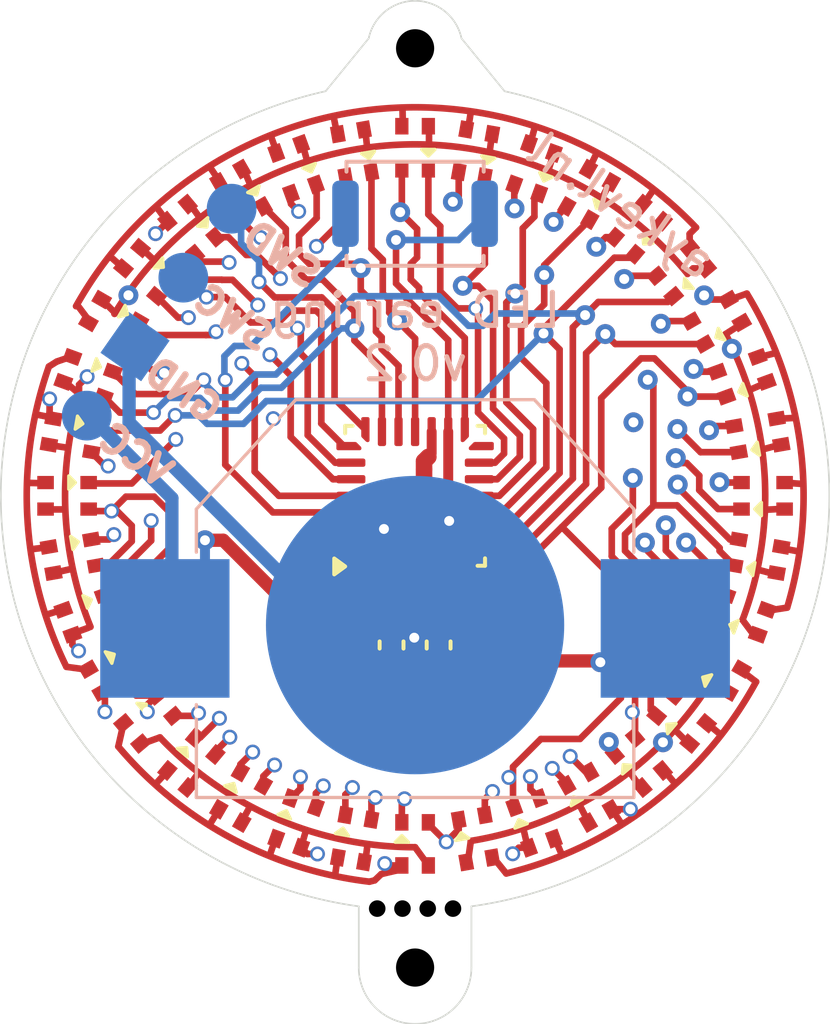
<source format=kicad_pcb>
(kicad_pcb (version 20240108) (generator "pcbnew") (generator_version "8.0")
  (layers (0 "F.Cu" signal) (1 "In1.Cu" signal) (2 "In2.Cu" signal) (31 "B.Cu" signal) (34 "B.Paste" user) (35 "F.Paste" user) (36 "B.SilkS" user "B.Silkscreen") (37 "F.SilkS" user "F.Silkscreen") (38 "B.Mask" user) (39 "F.Mask" user) (44 "Edge.Cuts" user))
  (net 0 "")
  (net 1 "A1")
  (net 2 "B1")
  (net 3 "A2")
  (net 4 "SWCLK")
  (net 5 "SWDIO")
  (net 6 "A3")
  (net 7 "R1")
  (net 8 "A7")
  (net 9 "G1")
  (net 10 "A8")
  (net 11 "A9")
  (net 12 "VCC")
  (net 13 "GND")
  (net 14 "A11")
  (net 15 "A12")
  (net 16 "A10")
  (net 17 "A4")
  (net 18 "A5")
  (net 19 "A6")
  (net 24 "Net-(U2-PB7)")
  (footprint "Custom:NH-Z1415RGBA-SG" (layer "F.Cu") (at -9.093266 5.25 30)
    (property "Reference" "D25" (hide yes))
    (property "Value" "LED_ARGB" (hide yes))
  )
  (footprint "Custom:ToolingHoleWithMouseBytes" (layer "F.Cu") (at 0 14.23)
    (property "Reference" "H2" (hide yes))
    (property "Value" "ToolingHole" (hide yes))
    (fp_line (start -1.7 0) (end -1.7 -1.83) (stroke (width 0.05)) (layer "Edge.Cuts"))
    (fp_line (start 1.7 0) (end 1.7 -1.83) (stroke (width 0.05)) (layer "Edge.Cuts"))
    (fp_arc (start 1.7 0) (mid 0 1.7) (end -1.7 0) (stroke (width 0.05)) (layer "Edge.Cuts"))
  )
  (footprint "Custom:NH-Z1415RGBA-SG" (layer "F.Cu") (at 10.340481 -1.823305 -170)
    (property "Reference" "D9" (hide yes))
    (property "Value" "LED_ARGB" (hide yes))
  )
  (footprint "Custom:ToolingHole_JLCPCB" (layer "F.Cu") (at 0 -13.5)
    (property "Reference" "H1" (hide yes))
    (property "Value" "ToolingHole" (hide yes))
  )
  (footprint "Custom:NH-Z1415RGBA-SG" (layer "F.Cu") (at 9.093266 5.249999 150)
    (property "Reference" "D13" (hide yes))
    (property "Value" "LED_ARGB" (hide yes))
  )
  (footprint "Package_DFN_QFN:QFN-28_4x4mm_P0.5mm" (layer "F.Cu") (at 0 0 90)
    (property "Reference" "U2" (hide yes))
    (property "Value" "STM32L031G6Ux" (hide yes))
  )
  (footprint "Custom:NH-Z1415RGBA-SG" (layer "F.Cu") (at 1.823305 10.340481 100)
    (property "Reference" "D18" (hide yes))
    (property "Value" "LED_ARGB" (hide yes))
  )
  (footprint "Custom:NH-Z1415RGBA-SG" (layer "F.Cu") (at -1.823305 10.340481 80)
    (property "Reference" "D20" (hide yes))
    (property "Value" "LED_ARGB" (hide yes))
  )
  (footprint "Custom:NH-Z1415RGBA-SG" (layer "F.Cu") (at 6.749269 8.043466 130)
    (property "Reference" "D15" (hide yes))
    (property "Value" "LED_ARGB" (hide yes))
  )
  (footprint "Custom:NH-Z1415RGBA-SG" (layer "F.Cu") (at -10.340481 1.823305 10)
    (property "Reference" "D27" (hide yes))
    (property "Value" "LED_ARGB" (hide yes))
  )
  (footprint "Custom:NH-Z1415RGBA-SG" (layer "F.Cu") (at 6.749269 -8.043466 -130)
    (property "Reference" "D5" (hide yes))
    (property "Value" "LED_ARGB" (hide yes))
  )
  (footprint "Custom:NH-Z1415RGBA-SG" (layer "F.Cu") (at -9.866772 -3.591211 -20)
    (property "Reference" "D30" (hide yes))
    (property "Value" "LED_ARGB" (hide yes))
  )
  (footprint "Custom:NH-Z1415RGBA-SG" (layer "F.Cu") (at -9.866772 3.591211 20)
    (property "Reference" "D26" (hide yes))
    (property "Value" "LED_ARGB" (hide yes))
  )
  (footprint "Custom:NH-Z1415RGBA-SG" (layer "F.Cu") (at 10.5 0 180)
    (property "Reference" "D10" (hide yes))
    (property "Value" "LED_ARGB" (hide yes))
  )
  (footprint "Custom:NH-Z1415RGBA-SG" (layer "F.Cu") (at -8.043466 -6.749269 -40)
    (property "Reference" "D32" (hide yes))
    (property "Value" "LED_ARGB" (hide yes))
  )
  (footprint "Custom:NH-Z1415RGBA-SG" (layer "F.Cu") (at -5.249999 9.093266 60)
    (property "Reference" "D22" (hide yes))
    (property "Value" "LED_ARGB" (hide yes))
  )
  (footprint "Custom:NH-Z1415RGBA-SG" (layer "F.Cu") (at 3.591211 -9.866772 -110)
    (property "Reference" "D3" (hide yes))
    (property "Value" "LED_ARGB" (hide yes))
  )
  (footprint "Custom:NH-Z1415RGBA-SG" (layer "F.Cu") (at 5.249999 9.093266 120)
    (property "Reference" "D16" (hide yes))
    (property "Value" "LED_ARGB" (hide yes))
  )
  (footprint "Custom:NH-Z1415RGBA-SG" (layer "F.Cu") (at -8.043466 6.749269 40)
    (property "Reference" "D24" (hide yes))
    (property "Value" "LED_ARGB" (hide yes))
  )
  (footprint "Custom:NH-Z1415RGBA-SG" (layer "F.Cu") (at 10.340481 1.823305 170)
    (property "Reference" "D11" (hide yes))
    (property "Value" "LED_ARGB" (hide yes))
  )
  (footprint "Custom:NH-Z1415RGBA-SG" (layer "F.Cu") (at -6.749269 -8.043466 -50)
    (property "Reference" "D33" (hide yes))
    (property "Value" "LED_ARGB" (hide yes))
  )
  (footprint "Custom:NH-Z1415RGBA-SG" (layer "F.Cu") (at -1.823305 -10.340481 -80)
    (property "Reference" "D36" (hide yes))
    (property "Value" "LED_ARGB" (hide yes))
  )
  (footprint "Custom:NH-Z1415RGBA-SG" (layer "F.Cu") (at 0 10.5 90)
    (property "Reference" "D19" (hide yes))
    (property "Value" "LED_ARGB" (hide yes))
  )
  (footprint "Custom:NH-Z1415RGBA-SG" (layer "F.Cu") (at 8.043466 -6.749269 -140)
    (property "Reference" "D6" (hide yes))
    (property "Value" "LED_ARGB" (hide yes))
  )
  (footprint "Custom:NH-Z1415RGBA-SG" (layer "F.Cu") (at 3.591211 9.866772 110)
    (property "Reference" "D17" (hide yes))
    (property "Value" "LED_ARGB" (hide yes))
  )
  (footprint "Custom:NH-Z1415RGBA-SG" (layer "F.Cu") (at 9.093266 -5.25 -150)
    (property "Reference" "D7" (hide yes))
    (property "Value" "LED_ARGB" (hide yes))
  )
  (footprint "Custom:NH-Z1415RGBA-SG" (layer "F.Cu") (at -10.340481 -1.823305 -10)
    (property "Reference" "D29" (hide yes))
    (property "Value" "LED_ARGB" (hide yes))
  )
  (footprint "Custom:NH-Z1415RGBA-SG" (layer "F.Cu") (at 8.043466 6.749269 140)
    (property "Reference" "D14" (hide yes))
    (property "Value" "LED_ARGB" (hide yes))
  )
  (footprint "Custom:NH-Z1415RGBA-SG" (layer "F.Cu") (at 1.823305 -10.340481 -100)
    (property "Reference" "D2" (hide yes))
    (property "Value" "LED_ARGB" (hide yes))
  )
  (footprint "Custom:NH-Z1415RGBA-SG" (layer "F.Cu") (at -6.749269 8.043466 50)
    (property "Reference" "D23" (hide yes))
    (property "Value" "LED_ARGB" (hide yes))
  )
  (footprint "Custom:NH-Z1415RGBA-SG" (layer "F.Cu") (at -9.093266 -5.25 -30)
    (property "Reference" "D31" (hide yes))
    (property "Value" "LED_ARGB" (hide yes))
  )
  (footprint "Capacitor_SMD:C_0402_1005Metric" (layer "F.Cu") (at -0.71 4.5 90)
    (property "Reference" "C2" (hide yes))
    (property "Value" "10uF" (hide yes))
  )
  (footprint "Capacitor_SMD:C_0402_1005Metric" (layer "F.Cu") (at 0.71 4.5 90)
    (property "Reference" "C1" (hide yes))
    (property "Value" "100nF" (hide yes))
  )
  (footprint "Custom:NH-Z1415RGBA-SG" (layer "F.Cu") (at -3.591211 9.866772 70)
    (property "Reference" "D21" (hide yes))
    (property "Value" "LED_ARGB" (hide yes))
  )
  (footprint "Custom:NH-Z1415RGBA-SG" (layer "F.Cu") (at -3.591211 -9.866772 -70)
    (property "Reference" "D35" (hide yes))
    (property "Value" "LED_ARGB" (hide yes))
  )
  (footprint "Custom:NH-Z1415RGBA-SG" (layer "F.Cu") (at 9.866772 3.591211 160)
    (property "Reference" "D12" (hide yes))
    (property "Value" "LED_ARGB" (hide yes))
  )
  (footprint "Custom:NH-Z1415RGBA-SG" (layer "F.Cu") (at 9.866772 -3.591211 -160)
    (property "Reference" "D8" (hide yes))
    (property "Value" "LED_ARGB" (hide yes))
  )
  (footprint "Custom:NH-Z1415RGBA-SG" (layer "F.Cu") (at 0 -10.5 -90)
    (property "Reference" "D1" (hide yes))
    (property "Value" "LED_ARGB" (hide yes))
  )
  (footprint "Custom:NH-Z1415RGBA-SG" (layer "F.Cu") (at 5.249999 -9.093266 -120)
    (property "Reference" "D4" (hide yes))
    (property "Value" "LED_ARGB" (hide yes))
  )
  (footprint "Custom:NH-Z1415RGBA-SG" (layer "F.Cu") (at -10.5 0)
    (property "Reference" "D28" (hide yes))
    (property "Value" "LED_ARGB" (hide yes))
  )
  (footprint "Custom:NH-Z1415RGBA-SG" (layer "F.Cu") (at -5.25 -9.093266 -60)
    (property "Reference" "D34" (hide yes))
    (property "Value" "LED_ARGB" (hide yes))
  )
  (footprint "Button_Switch_SMD:SW_Push_SPST_NO_Alps_SKRK" (layer "B.Cu") (at 0 -8.509 180)
    (property "Reference" "SW1" (hide yes))
    (property "Value" "SW_Push" (hide yes))
  )
  (footprint "Custom:MY-1220-03" (layer "B.Cu") (at 0 4)
    (property "Reference" "BT1" (hide yes))
    (property "Value" "Battery_Cell" (hide yes))
  )
  (footprint "Custom:ProgramHeader" (layer "B.Cu") (at -7.721557 -5.540323 55)
    (property "Reference" "J1" (hide yes))
    (property "Value" "Conn_01x04" (hide yes))
  )
  (gr_line (start 10.43 -3.34) (end 10.11 -3.2) (stroke (width 0.2)) (layer "F.Cu") (net 6))
  (gr_line (start 6.5 8.37) (end 6.71 8.66) (stroke (width 0.2)) (layer "F.Cu") (net 19))
  (gr_line (start 11.22645 3.372969) (end 10.67 3.46) (stroke (width 0.2)) (layer "F.Cu") (net 3))
  (gr_arc (start -1.38 11.639999) (mid -5.555117 10.321562) (end -8.955158 7.563011) (stroke (width 0.2)) (layer "F.Cu") (net 11))
  (gr_arc (start -9.07 -5.49) (mid -0.736838 -10.576487) (end 8.221126 -6.694631) (stroke (width 0.2)) (layer "F.Cu") (net 2))
  (gr_line (start 4.97 9.34) (end 5.15 9.69) (stroke (width 0.2)) (layer "F.Cu") (net 19))
  (gr_line (start 0 10.6) (end 0.32 11.04) (stroke (width 0.2)) (layer "F.Cu") (net 10))
  (gr_line (start -1.48 10.87) (end -1.44 10.55) (stroke (width 0.2)) (layer "F.Cu") (net 10))
  (gr_line (start 7.82 8.65) (end 7.62 8.41) (stroke (width 0.2)) (layer "F.Cu") (net 18))
  (gr_arc (start 9.369999 -4.88) (mid 10.546207 -0.623538) (end 9.879761 3.74187) (stroke (width 0.2)) (layer "F.Cu") (net 6))
  (gr_line (start 4.42 10.81) (end 4.27 10.46) (stroke (width 0.2)) (layer "F.Cu") (net 18))
  (gr_line (start 1.681915 10.40996) (end 1.62 10.85) (stroke (width 0.2)) (layer "F.Cu") (net 19))
  (gr_line (start -10.81 -4.05) (end -10.46 -4.17) (stroke (width 0.2)) (layer "F.Cu") (net 15))
  (gr_line (start 10.86 -1.5) (end 10.49 -1.4) (stroke (width 0.2)) (layer "F.Cu") (net 6))
  (gr_line (start -11.57 1.61) (end -11.24 1.57) (stroke (width 0.2)) (layer "F.Cu") (net 15))
  (gr_line (start 10.69 2.32) (end 10.39 2.24) (stroke (width 0.2)) (layer "F.Cu") (net 6))
  (gr_line (start -3.39 10.43) (end -3.3 10.12) (stroke (width 0.2)) (layer "F.Cu") (net 10))
  (gr_line (start 11.45 -2.35) (end 11.05 -2.33) (stroke (width 0.2)) (layer "F.Cu") (net 3))
  (gr_line (start -9.85 -5.3) (end -10.15 -5.7) (stroke (width 0.2)) (layer "F.Cu") (net 9))
  (gr_line (start -9.86 3.98) (end -10.24 4.12) (stroke (width 0.2)) (layer "F.Cu") (net 14))
  (gr_line (start 11.53 1.67) (end 11.16 1.6) (stroke (width 0.2)) (layer "F.Cu") (net 3))
  (gr_line (start 7.17 -9.2) (end 6.99 -8.94) (stroke (width 0.2)) (layer "F.Cu") (net 9))
  (gr_line (start 10.01 -6.1) (end 9.45 -5.9) (stroke (width 0.2)) (layer "F.Cu") (net 3))
  (gr_line (start 5.66 -9.02) (end 5.82 -9.33) (stroke (width 0.2)) (layer "F.Cu") (net 2))
  (gr_line (start -6.5 -8.39) (end -6.72 -8.7) (stroke (width 0.2)) (layer "F.Cu") (net 2))
  (gr_line (start -1.02 11.41) (end -0.55 11.3) (stroke (width 0.2)) (layer "F.Cu") (net 11))
  (gr_line (start 2.750617 11.392555) (end 2.49 11.07) (stroke (width 0.2)) (layer "F.Cu") (net 18))
  (gr_arc (start -10.521165 5.159222) (mid -11.698126 0.682881) (end -11.049999 -3.9) (stroke (width 0.2)) (layer "F.Cu") (net 15))
  (gr_arc (start 10.29 5.61) (mid 7.132595 9.299586) (end 2.750617 11.392555) (stroke (width 0.2)) (layer "F.Cu") (net 18))
  (gr_arc (start 8.8 5.81) (mid 5.723421 8.856554) (end 1.681915 10.40996) (stroke (width 0.2)) (layer "F.Cu") (net 19))
  (gr_line (start 10.95 0.4) (end 10.58 0.42) (stroke (width 0.2)) (layer "F.Cu") (net 6))
  (gr_line (start -1.38 11.639999) (end -1.22 11.6) (stroke (width 0.2)) (layer "F.Cu") (net 11))
  (gr_line (start -11.41 -2.45) (end -11.01 -2.37) (stroke (width 0.2)) (layer "F.Cu") (net 15))
  (gr_arc (start 10.01 -6.1) (mid 11.626736 -1.493021) (end 11.22645 3.372969) (stroke (width 0.2)) (layer "F.Cu") (net 3))
  (gr_line (start -2.45 -11.4) (end -2.37 -10.99) (stroke (width 0.2)) (layer "F.Cu") (net 9))
  (gr_line (start -7.58 8.42) (end -7.79 8.65) (stroke (width 0.2)) (layer "F.Cu") (net 11))
  (gr_line (start 9.73 -5.11) (end 9.369999 -4.88) (stroke (width 0.2)) (layer "F.Cu") (net 6))
  (gr_line (start -1.22 11.6) (end -1.02 11.41) (stroke (width 0.2)) (layer "F.Cu") (net 11))
  (gr_line (start 2.25 -10.38) (end 2.3 -10.75) (stroke (width 0.2)) (layer "F.Cu") (net 2))
  (gr_line (start -10.39 2.21) (end -10.88 2.32) (stroke (width 0.2)) (layer "F.Cu") (net 14))
  (gr_line (start 3.28 10.09) (end 3.36 10.44) (stroke (width 0.2)) (layer "F.Cu") (net 19))
  (gr_line (start -11.049999 -3.9) (end -10.81 -4.05) (stroke (width 0.2)) (layer "F.Cu") (net 15))
  (gr_line (start 5.47 -10.32) (end 5.34 -10.05) (stroke (width 0.2)) (layer "F.Cu") (net 9))
  (gr_line (start -6.18 9.89) (end -6.02 9.63) (stroke (width 0.2)) (layer "F.Cu") (net 11))
  (gr_line (start 8.8 5.81) (end 9.2 5.9) (stroke (width 0.2)) (layer "F.Cu") (net 19))
  (gr_line (start -6.18 -9.9) (end -5.95 -9.56) (stroke (width 0.2)) (layer "F.Cu") (net 9))
  (gr_line (start -0.38 -11.7) (end -0.37 -11.2) (stroke (width 0.2)) (layer "F.Cu") (net 9))
  (gr_line (start 1.68 -11.57) (end 1.62 -11.19) (stroke (width 0.2)) (layer "F.Cu") (net 9))
  (gr_line (start 7.36 -8.13) (end 7.18 -7.87) (stroke (width 0.2)) (layer "F.Cu") (net 2))
  (gr_line (start 8.14 7.36) (end 7.88 7.1) (stroke (width 0.2)) (layer "F.Cu") (net 19))
  (gr_line (start -9.2 -7.22) (end -8.94 -6.99) (stroke (width 0.2)) (layer "F.Cu") (net 9))
  (gr_line (start -1.45 -10.54) (end -1.49 -10.92) (stroke (width 0.2)) (layer "F.Cu") (net 2))
  (gr_arc (start -9.794064 3.953385) (mid -10.551463 0.468574) (end -10.105947 -3.069657) (stroke (width 0.2)) (layer "F.Cu") (net 14))
  (gr_line (start -7.697795 7.287246) (end -8.12 7.44) (stroke (width 0.2)) (layer "F.Cu") (net 10))
  (gr_line (start 3.61 -11.11) (end 3.49 -10.67) (stroke (width 0.2)) (layer "F.Cu") (net 9))
  (gr_arc (start -10.23 -5.72) (mid -1.475692 -11.62728) (end 8.476753 -8.094192) (stroke (width 0.2)) (layer "F.Cu") (net 9))
  (gr_line (start 0.42 -10.65) (end 0.42 -10.95) (stroke (width 0.2)) (layer "F.Cu") (net 2))
  (gr_line (start -6.73 8.63) (end -6.55 8.38) (stroke (width 0.2)) (layer "F.Cu") (net 10))
  (gr_line (start -11.66 -0.39) (end -11.28 -0.38) (stroke (width 0.2)) (layer "F.Cu") (net 15))
  (gr_line (start -2.41 11.42) (end -2.36 11.07) (stroke (width 0.2)) (layer "F.Cu") (net 11))
  (gr_line (start 10.14 4.09) (end 9.879761 3.74187) (stroke (width 0.2)) (layer "F.Cu") (net 6))
  (gr_line (start -4.37 10.8) (end -4.27 10.51) (stroke (width 0.2)) (layer "F.Cu") (net 11))
  (gr_line (start -10.521165 5.159222) (end -9.92 5.24) (stroke (width 0.2)) (layer "F.Cu") (net 15))
  (gr_line (start -8.23 -7.44) (end -7.95 -7.18) (stroke (width 0.2)) (layer "F.Cu") (net 2))
  (gr_line (start 6.22 9.88) (end 6.02 9.58) (stroke (width 0.2)) (layer "F.Cu") (net 18))
  (gr_line (start 9.18 7.17) (end 8.95 6.98) (stroke (width 0.2)) (layer "F.Cu") (net 18))
  (gr_line (start -4.35 -10.85) (end -4.23 -10.51) (stroke (width 0.2)) (layer "F.Cu") (net 9))
  (gr_line (start -10.56 -1.46) (end -11.02 -1.53) (stroke (width 0.2)) (layer "F.Cu") (net 14))
  (gr_line (start -3.26 -10.11) (end -3.37 -10.51) (stroke (width 0.2)) (layer "F.Cu") (net 2))
  (gr_line (start -11.11 3.58) (end -10.72 3.46) (stroke (width 0.2)) (layer "F.Cu") (net 15))
  (gr_line (start 4.03 -9.85) (end 4.14 -10.19) (stroke (width 0.2)) (layer "F.Cu") (net 2))
  (gr_line (start 11.66 -0.36) (end 11.26 -0.39) (stroke (width 0.2)) (layer "F.Cu") (net 3))
  (gr_line (start -4.98 -9.4) (end -5.12 -9.73) (stroke (width 0.2)) (layer "F.Cu") (net 2))
  (gr_line (start 10.29 5.61) (end 10 5.39) (stroke (width 0.2)) (layer "F.Cu") (net 18))
  (gr_line (start -10.64 0.41) (end -11.12 0.41) (stroke (width 0.2)) (layer "F.Cu") (net 14))
  (gr_line (start 10.85 -4.3) (end 10.45 -4.2) (stroke (width 0.2)) (layer "F.Cu") (net 3))
  (gr_line (start -7.8 -8.71) (end -7.6 -8.44) (stroke (width 0.2)) (layer "F.Cu") (net 9))
  (gr_line (start -8.955158 7.563011) (end -8.83 7.01) (stroke (width 0.2)) (layer "F.Cu") (net 11))
  (gr_line (start -5.16 9.7) (end -4.98 9.37) (stroke (width 0.2)) (layer "F.Cu") (net 10))
  (gr_arc (start 0 10.6) (mid -4.190179 9.736653) (end -7.697795 7.287246) (stroke (width 0.2)) (layer "F.Cu") (net 10))
  (gr_line (start -10.139999 -3.08) (end -10.53 -3.41) (stroke (width 0.2)) (layer "F.Cu") (net 14))
  (gr_circle (center 0 3.9) (end 4.5 3.9) (fill solid) (layer "B.Cu") (net 13))
  (gr_line (start 1.697828 12.384157) (end 1.7 12.4) (stroke (width 0.05)) (layer "Edge.Cuts"))
  (gr_line (start -1.4 -13.8) (end -2.7 -12.204917) (stroke (width 0.05)) (layer "Edge.Cuts"))
  (gr_line (start -1.697828 12.384157) (end -1.7 12.4) (stroke (width 0.05)) (layer "Edge.Cuts"))
  (gr_arc (start 2.7 -12.204916) (mid 12.48963 0.509037) (end 1.697828 12.384157) (stroke (width 0.05)) (layer "Edge.Cuts"))
  (gr_line (start 1.4 -13.8) (end 2.7 -12.204917) (stroke (width 0.05)) (layer "Edge.Cuts"))
  (gr_arc (start -1.697828 12.384157) (mid -12.48963 0.509037) (end -2.7 -12.204916) (stroke (width 0.05)) (layer "Edge.Cuts"))
  (gr_arc (start -1.4 -13.8) (mid 0 -14.931782) (end 1.4 -13.8) (stroke (width 0.05)) (layer "Edge.Cuts"))
  (gr_text "SWD" (at -3.17 -6.1 -35) (layer "B.SilkS") (effects (font (size 0.8 0.8) (thickness 0.2)) (justify left bottom mirror)))
  (gr_text "LED earring\nv0.2" (at 0 -3.4 0) (layer "B.SilkS") (effects (font (size 1 1) (thickness 0.153)) (justify bottom mirror)))
  (gr_text "VCC" (at -7.66 -0.11 -35) (layer "B.SilkS") (effects (font (size 0.8 0.8) (thickness 0.2)) (justify left bottom mirror)))
  (gr_text "SWC" (at -4.63 -4.19 -35) (layer "B.SilkS") (effects (font (size 0.8 0.8) (thickness 0.2)) (justify left bottom mirror)))
  (gr_text "aykevl.nl" (at 8.65 -6.35 325) (layer "B.SilkS") (effects (font (size 1 1) (thickness 0.153)) (justify left bottom mirror)))
  (gr_text "GND" (at -6.16 -2.01 -35) (layer "B.SilkS") (effects (font (size 0.8 0.8) (thickness 0.2)) (justify left bottom mirror)))
  (segment (start 8.994357 -2.104357) (end 8.87 -1.98) (width 0.2) (layer "F.Cu") (net 1))
  (segment (start 1.9 -5.582412) (end 1.9 -2.511506) (width 0.2) (layer "F.Cu") (net 1))
  (segment (start 7.414265 -5.19) (end 7.495675 -5.27141) (width 0.2) (layer "F.Cu") (net 1))
  (segment (start 7.92462 -0.256749) (end 9.49788 1.316511) (width 0.2) (layer "F.Cu") (net 1))
  (segment (start 7.495675 -5.27141) (end 8.330349 -5.27141) (width 0.2) (layer "F.Cu") (net 1))
  (segment (start 2.685 -1.726506) (end 2.685 -1.274041) (width 0.2) (layer "F.Cu") (net 1))
  (segment (start 1.9 -2.511506) (end 2.685 -1.726506) (width 0.2) (layer "F.Cu") (net 1))
  (segment (start 8.177153 1.41) (end 8.21 1.41) (width 0.2) (layer "F.Cu") (net 1))
  (segment (start -8.08 6.302387) (end -7.802652 6.025039) (width 0.2) (layer "F.Cu") (net 1))
  (segment (start 9.049965 2.382173) (end 9.312523 2.644731) (width 0.2) (layer "F.Cu") (net 1))
  (segment (start -8.415695 6.025039) (end -7.802652 6.025039) (width 0.2) (layer "F.Cu") (net 1))
  (segment (start 0.75957 -8.13043) (end 0.4 -8.49) (width 0.2) (layer "F.Cu") (net 1))
  (segment (start -8.946855 5.493879) (end -8.415695 6.025039) (width 0.2) (layer "F.Cu") (net 1))
  (segment (start -8.946855 4.795096) (end -8.946855 5.493879) (width 0.2) (layer "F.Cu") (net 1))
  (segment (start 9.630897 -2.104357) (end 8.994357 -2.104357) (width 0.2) (layer "F.Cu") (net 1))
  (segment (start 2.685 -1.274041) (end 2.410959 -1) (width 0.2) (layer "F.Cu") (net 1))
  (segment (start 9.312523 2.644731) (end 9.39278 2.644731) (width 0.2) (layer "F.Cu") (net 1))
  (segment (start 9.185106 -0.410477) (end 9.195583 -0.4) (width 0.2) (layer "F.Cu") (net 1))
  (segment (start 9.39278 2.644731) (end 9.39278 2.993021) (width 0.2) (layer "F.Cu") (net 1))
  (segment (start 1.273235 -5.653768) (end 0.75957 -6.167433) (width 0.2) (layer "F.Cu") (net 1))
  (segment (start 2.410959 -1) (end 1.9375 -1) (width 0.2) (layer "F.Cu") (net 1))
  (segment (start -8.730349 4.57859) (end -8.946855 4.795096) (width 0.2) (layer "F.Cu") (net 1))
  (segment (start -8.08 6.515002) (end -8.08 6.302387) (width 0.2) (layer "F.Cu") (net 1))
  (segment (start 0.4 -8.49) (end 0.4 -9.85) (width 0.2) (layer "F.Cu") (net 1))
  (segment (start 8.21 1.41) (end 9.049965 2.249965) (width 0.2) (layer "F.Cu") (net 1))
  (segment (start 1.828644 -5.653768) (end 1.273235 -5.653768) (width 0.2) (layer "F.Cu") (net 1))
  (segment (start 9.49788 1.316511) (end 9.769815 1.316511) (width 0.2) (layer "F.Cu") (net 1))
  (segment (start 8.48492 -3.744775) (end 9.119164 -3.744775) (width 0.2) (layer "F.Cu") (net 1))
  (segment (start 1.828644 -5.653768) (end 1.9 -5.582412) (width 0.2) (layer "F.Cu") (net 1))
  (segment (start 7.92462 -0.34) (end 7.92462 -0.256749) (width 0.2) (layer "F.Cu") (net 1))
  (segment (start 9.049965 2.249965) (end 9.049965 2.382173) (width 0.2) (layer "F.Cu") (net 1))
  (segment (start 9.195583 -0.4) (end 9.85 -0.4) (width 0.2) (layer "F.Cu") (net 1))
  (segment (start 0.75957 -6.167433) (end 0.75957 -8.13043) (width 0.2) (layer "F.Cu") (net 1))
  (segment (start 8.402404 -3.827291) (end 8.48492 -3.744775) (width 0.2) (layer "F.Cu") (net 1))
  (via (at 7.414265 -5.19) (size 0.6) (drill 0.3) (layers "F.Cu" "B.Cu") (net 1))
  (via (at 9.185106 -0.410477) (size 0.6) (drill 0.3) (layers "F.Cu" "B.Cu") (net 1))
  (via (at 1.828644 -5.653768) (size 0.45) (drill 0.3) (layers "F.Cu" "B.Cu") (net 1))
  (via (at 8.87 -1.98) (size 0.6) (drill 0.3) (layers "F.Cu" "B.Cu") (net 1))
  (via (at 7.92462 -0.34) (size 0.6) (drill 0.3) (layers "F.Cu" "B.Cu") (net 1))
  (via (at 8.177153 1.41) (size 0.6) (drill 0.3) (layers "F.Cu" "B.Cu") (net 1))
  (via (at 8.402404 -3.827291) (size 0.6) (drill 0.3) (layers "F.Cu" "B.Cu") (net 1))
  (via (at -8.08 6.515002) (size 0.45) (drill 0.3) (layers "F.Cu" "B.Cu") (net 1))
  (segment (start -4.84 -3.607539) (end -4.84 -0.73) (width 0.2) (layer "F.Cu") (net 2))
  (segment (start -4.11 0) (end -1.9375 0) (width 0.2) (layer "F.Cu") (net 2))
  (segment (start -9.07 -5.535227) (end -9.456183 -5.92141) (width 0.2) (layer "F.Cu") (net 2))
  (segment (start -4.84 -0.73) (end -4.11 0) (width 0.2) (layer "F.Cu") (net 2))
  (segment (start 8.387158 -6.860663) (end 8.79851 -6.860663) (width 0.2) (layer "F.Cu") (net 2))
  (segment (start -9.07 -5.49) (end -9.07 -5.535227) (width 0.2) (layer "F.Cu") (net 2))
  (segment (start 8.221126 -6.694631) (end 8.387158 -6.860663) (width 0.2) (layer "F.Cu") (net 2))
  (segment (start -5.227461 -3.995) (end -4.84 -3.607539) (width 0.2) (layer "F.Cu") (net 2))
  (via (at -8.65 -6.05) (size 0.6) (drill 0.3) (layers "F.Cu" "B.Cu") (net 2))
  (via (at -5.227461 -3.995) (size 0.45) (drill 0.3) (layers "F.Cu" "B.Cu") (net 2))
  (segment (start 1.44 -6.335532) (end 1.904468 -6.335532) (width 0.2) (layer "F.Cu") (net 3))
  (segment (start 8.846255 -5.92141) (end 8.720688 -6.046977) (width 0.2) (layer "F.Cu") (net 3))
  (segment (start -6.481535 7.288422) (end -5.903974 6.710861) (width 0.2) (layer "F.Cu") (net 3))
  (segment (start 3.16 -1.82) (end 3.16 -1.183355) (width 0.2) (layer "F.Cu") (net 3))
  (segment (start -7.963223 1.351372) (end -9.39278 2.780929) (width 0.2) (layer "F.Cu") (net 3))
  (segment (start 2.104357 -6.999889) (end 2.104357 -9.630896) (width 0.2) (layer "F.Cu") (net 3))
  (segment (start 2.353644 -5.886356) (end 2.353644 -2.626356) (width 0.2) (layer "F.Cu") (net 3))
  (segment (start -9.39278 2.780929) (end -9.39278 2.993021) (width 0.2) (layer "F.Cu") (net 3))
  (segment (start 1.904468 -6.335532) (end 2.353644 -5.886356) (width 0.2) (layer "F.Cu") (net 3))
  (segment (start 2.476645 -0.5) (end 1.9375 -0.5) (width 0.2) (layer "F.Cu") (net 3))
  (segment (start 1.44 -6.335532) (end 2.104357 -6.999889) (width 0.2) (layer "F.Cu") (net 3))
  (segment (start 2.353644 -2.626356) (end 3.16 -1.82) (width 0.2) (layer "F.Cu") (net 3))
  (segment (start 3.16 -1.183355) (end 2.476645 -0.5) (width 0.2) (layer "F.Cu") (net 3))
  (segment (start -7.963223 0.74815) (end -7.963223 1.351372) (width 0.2) (layer "F.Cu") (net 3))
  (segment (start 9.456183 -5.92141) (end 8.846255 -5.92141) (width 0.2) (layer "F.Cu") (net 3))
  (segment (start -6.637875 7.288422) (end -6.481535 7.288422) (width 0.2) (layer "F.Cu") (net 3))
  (via (at 1.44 -6.335532) (size 0.6) (drill 0.3) (layers "F.Cu" "B.Cu") (net 3))
  (via (at -5.903974 6.710861) (size 0.45) (drill 0.3) (layers "F.Cu" "B.Cu") (net 3))
  (via (at 8.720688 -6.046977) (size 0.6) (drill 0.3) (layers "F.Cu" "B.Cu") (net 3))
  (via (at -7.963223 0.74815) (size 0.45) (drill 0.3) (layers "F.Cu" "B.Cu") (net 3))
  (segment (start -2.83 -5.432031) (end -2.83 -2.18) (width 0.2) (layer "F.Cu") (net 4))
  (segment (start -4.121501 -5.229217) (end -3.765359 -5.585359) (width 0.2) (layer "F.Cu") (net 4))
  (segment (start -5.272581 -5.536754) (end -4.965044 -5.229217) (width 0.2) (layer "F.Cu") (net 4))
  (segment (start -5.725 -5.995) (end -5.272581 -5.542581) (width 0.2) (layer "F.Cu") (net 4))
  (segment (start -6.297462 -5.995) (end -5.725 -5.995) (width 0.2) (layer "F.Cu") (net 4))
  (segment (start -5.272581 -5.542581) (end -5.272581 -5.536754) (width 0.2) (layer "F.Cu") (net 4))
  (segment (start -4.965044 -5.229217) (end -4.121501 -5.229217) (width 0.2) (layer "F.Cu") (net 4))
  (segment (start -2.83 -2.18) (end -2.15 -1.5) (width 0.2) (layer "F.Cu") (net 4))
  (segment (start -2.983328 -5.585359) (end -2.83 -5.432031) (width 0.2) (layer "F.Cu") (net 4))
  (segment (start -3.765359 -5.585359) (end -2.983328 -5.585359) (width 0.2) (layer "F.Cu") (net 4))
  (segment (start -2.15 -1.5) (end -1.9975 -1.5) (width 0.2) (layer "F.Cu") (net 4))
  (via (at -6.297462 -5.995) (size 0.45) (drill 0.3) (layers "F.Cu" "B.Cu") (net 4))
  (segment (start -6.297462 -5.995) (end -6.407469 -5.995) (width 0.2) (layer "B.Cu") (net 4))
  (segment (start -6.407469 -5.995) (end -6.993115 -6.580646) (width 0.2) (layer "B.Cu") (net 4))
  (segment (start -2.43 -5.597717) (end -2.43 -2.9275) (width 0.2) (layer "F.Cu") (net 5))
  (segment (start -2.43 -2.9275) (end -1.5 -1.9975) (width 0.2) (layer "F.Cu") (net 5))
  (segment (start -2.817642 -5.985359) (end -2.43 -5.597717) (width 0.2) (layer "F.Cu") (net 5))
  (segment (start -4.236259 -5.985359) (end -2.817642 -5.985359) (width 0.2) (layer "F.Cu") (net 5))
  (segment (start -4.709217 -6.458317) (end -4.236259 -5.985359) (width 0.2) (layer "F.Cu") (net 5))
  (via (at -4.709217 -6.458317) (size 0.45) (drill 0.3) (layers "F.Cu" "B.Cu") (net 5))
  (segment (start -4.709217 -6.458317) (end -4.709217 -7.079217) (width 0.2) (layer "B.Cu") (net 5))
  (segment (start -5.25 -8.375061) (end -5.536231 -8.661292) (width 0.2) (layer "B.Cu") (net 5))
  (segment (start -5.25 -7.62) (end -5.25 -8.375061) (width 0.2) (layer "B.Cu") (net 5))
  (segment (start -4.709217 -7.079217) (end -5.25 -7.62) (width 0.2) (layer "B.Cu") (net 5))
  (segment (start 3.56 -2.014314) (end 3.56 -1.017669) (width 0.2) (layer "F.Cu") (net 6))
  (segment (start 3.56 -1.017669) (end 2.542331 0) (width 0.2) (layer "F.Cu") (net 6))
  (segment (start 3.248529 -6.324653) (end 3.248529 -8.07) (width 0.2) (layer "F.Cu") (net 6))
  (segment (start -4.9 7.73) (end -5.271409 8.101409) (width 0.2) (layer "F.Cu") (net 6))
  (segment (start 3.248529 -8.07) (end 3.6 -8.421471) (width 0.2) (layer "F.Cu") (net 6))
  (segment (start -9.769815 1.316511) (end -9.236511 1.316511) (width 0.2) (layer "F.Cu") (net 6))
  (segment (start 3.023875 -6.099999) (end 2.753644 -5.829768) (width 0.2) (layer "F.Cu") (net 6))
  (segment (start 3.6 -8.421471) (end 3.6 -8.974389) (width 0.2) (layer "F.Cu") (net 6))
  (segment (start 2.753644 -2.82067) (end 3.56 -2.014314) (width 0.2) (layer "F.Cu") (net 6))
  (segment (start 2.542331 0) (end 1.9375 0) (width 0.2) (layer "F.Cu") (net 6))
  (segment (start 3.023875 -6.099999) (end 3.248529 -6.324653) (width 0.2) (layer "F.Cu") (net 6))
  (segment (start 2.753644 -5.829768) (end 2.753644 -2.82067) (width 0.2) (layer "F.Cu") (net 6))
  (segment (start -5.271409 8.101409) (end -5.271409 8.330349) (width 0.2) (layer "F.Cu") (net 6))
  (segment (start 3.6 -8.974389) (end 3.744775 -9.119164) (width 0.2) (layer "F.Cu") (net 6))
  (segment (start -9.236511 1.316511) (end -9.09 1.17) (width 0.2) (layer "F.Cu") (net 6))
  (via (at -9.09 1.17) (size 0.45) (drill 0.3) (layers "F.Cu" "B.Cu") (net 6))
  (via (at -4.9 7.73) (size 0.45) (drill 0.3) (layers "F.Cu" "B.Cu") (net 6))
  (via (at 9.558955 -4.436935) (size 0.6) (drill 0.3) (layers "F.Cu" "B.Cu") (net 6))
  (via (at -4.278584 -2.327582) (size 0.45) (drill 0.3) (layers "F.Cu" "B.Cu") (net 6))
  (via (at 3.023875 -6.099999) (size 0.6) (drill 0.3) (layers "F.Cu" "B.Cu") (net 6))
  (segment (start 7.288422 -6.637875) (end 6.407875 -6.637875) (width 0.2) (layer "F.Cu") (net 7))
  (segment (start -0.4 -9.85) (end -0.4 -8.607712) (width 0.2) (layer "F.Cu") (net 7))
  (segment (start 6.025039 -7.802652) (end 5.756211 -7.802652) (width 0.2) (layer "F.Cu") (net 7))
  (segment (start 1.5 -1.9975) (end 1.5 -4.759275) (width 0.2) (layer "F.Cu") (net 7))
  (segment (start -3.744775 -8.809775) (end -3.744775 -9.119164) (width 0.2) (layer "F.Cu") (net 7))
  (segment (start -7.572453 -3.704716) (end -7.856475 -3.704716) (width 0.2) (layer "F.Cu") (net 7))
  (segment (start -4.731061 -7.79) (end -5.27141 -8.330349) (width 0.2) (layer "F.Cu") (net 7))
  (segment (start 1.316511 -9.046511) (end 1.14 -8.87) (width 0.2) (layer "F.Cu") (net 7))
  (segment (start 4.178449 -8.330209) (end 4.578589 -8.730349) (width 0.2) (layer "F.Cu") (net 7))
  (segment (start 0.12 -6.139275) (end 0.12 -6.277058) (width 0.2) (layer "F.Cu") (net 7))
  (segment (start 6.407875 -6.637875) (end 6.31 -6.54) (width 0.2) (layer "F.Cu") (net 7))
  (segment (start 5.756211 -7.802652) (end 5.466875 -7.513316) (width 0.2) (layer "F.Cu") (net 7))
  (segment (start -6.84 -5.37548) (end -7.153093 -5.37548) (width 0.2) (layer "F.Cu") (net 7))
  (segment (start 1.5 -4.759275) (end 0.12 -6.139275) (width 0.2) (layer "F.Cu") (net 7))
  (segment (start 0.06 -7.189239) (end 0.06 -8.04789) (width 0.2) (layer "F.Cu") (net 7))
  (segment (start -2.104357 -8.396835) (end -2.104357 -9.630897) (width 0.2) (layer "F.Cu") (net 7))
  (segment (start -0.4 -8.607712) (end -0.449911 -8.557801) (width 0.2) (layer "F.Cu") (net 7))
  (segment (start -5.612463 -7.04) (end -5.636654 -7.064191) (width 0.2) (layer "F.Cu") (net 7))
  (segment (start -5.636654 -7.064191) (end -6.444191 -7.064191) (width 0.2) (layer "F.Cu") (net 7))
  (segment (start 3 -8.67) (end 2.993021 -8.676979) (width 0.2) (layer "F.Cu") (net 7))
  (segment (start 0.12 -6.277058) (end -0.13 -6.527058) (width 0.2) (layer "F.Cu") (net 7))
  (segment (start 4.178449 -8.262104) (end 4.178449 -8.330209) (width 0.2) (layer "F.Cu") (net 7))
  (segment (start 0.06 -8.04789) (end -0.449911 -8.557801) (width 0.2) (layer "F.Cu") (net 7))
  (segment (start -7.856475 -3.704716) (end -8.730349 -4.57859) (width 0.2) (layer "F.Cu") (net 7))
  (segment (start 2.993021 -8.676979) (end 2.993021 -9.39278) (width 0.2) (layer "F.Cu") (net 7))
  (segment (start -2.976888 -7.524304) (end -2.104357 -8.396835) (width 0.2) (layer "F.Cu") (net 7))
  (segment (start -0.13 -6.999239) (end 0.06 -7.189239) (width 0.2) (layer "F.Cu") (net 7))
  (segment (start -6.637875 -7.257875) (end -6.637875 -7.288422) (width 0.2) (layer "F.Cu") (net 7))
  (segment (start 1.316511 -9.769815) (end 1.316511 -9.046511) (width 0.2) (layer "F.Cu") (net 7))
  (segment (start -4.66 -7.79) (end -4.731061 -7.79) (width 0.2) (layer "F.Cu") (net 7))
  (segment (start -6.444191 -7.064191) (end -6.637875 -7.257875) (width 0.2) (layer "F.Cu") (net 7))
  (segment (start -3.513592 -8.578592) (end -3.744775 -8.809775) (width 0.2) (layer "F.Cu") (net 7))
  (segment (start -0.13 -6.527058) (end -0.13 -6.999239) (width 0.2) (layer "F.Cu") (net 7))
  (segment (start -7.153093 -5.37548) (end -7.802652 -6.025039) (width 0.2) (layer "F.Cu") (net 7))
  (via (at -5.612463 -7.04) (size 0.45) (drill 0.3) (layers "F.Cu" "B.Cu") (net 7))
  (via (at -0.449911 -8.557801) (size 0.6) (drill 0.3) (layers "F.Cu" "B.Cu") (net 7))
  (via (at -2.976888 -7.524304) (size 0.45) (drill 0.3) (layers "F.Cu" "B.Cu") (net 7))
  (via (at 5.466875 -7.513316) (size 0.6) (drill 0.3) (layers "F.Cu" "B.Cu") (net 7))
  (via (at -7.572453 -3.704716) (size 0.45) (drill 0.3) (layers "F.Cu" "B.Cu") (net 7))
  (via (at -3.513592 -8.578592) (size 0.45) (drill 0.3) (layers "F.Cu" "B.Cu") (net 7))
  (via (at 6.31 -6.54) (size 0.6) (drill 0.3) (layers "F.Cu" "B.Cu") (net 7))
  (via (at -6.84 -5.37548) (size 0.45) (drill 0.3) (layers "F.Cu" "B.Cu") (net 7))
  (via (at -4.66 -7.79) (size 0.45) (drill 0.3) (layers "F.Cu" "B.Cu") (net 7))
  (via (at 4.178449 -8.262104) (size 0.6) (drill 0.3) (layers "F.Cu" "B.Cu") (net 7))
  (via (at 1.14 -8.87) (size 0.6) (drill 0.3) (layers "F.Cu" "B.Cu") (net 7))
  (via (at 3 -8.67) (size 0.6) (drill 0.3) (layers "F.Cu" "B.Cu") (net 7))
  (segment (start -6.618464 6.637875) (end -6.534824 6.554235) (width 0.2) (layer "F.Cu") (net 8))
  (segment (start -6.025039 7.802652) (end -6.025039 7.715039) (width 0.2) (layer "F.Cu") (net 8))
  (segment (start 1.5 1.9975) (end 2.807575 1.9975) (width 0.2) (layer "F.Cu") (net 8))
  (segment (start -6.31048 -4.85048) (end -7.909419 -4.85048) (width 0.2) (layer "F.Cu") (net 8))
  (segment (start -1.316511 9.769815) (end -1.316511 9.216511) (width 0.2) (layer "F.Cu") (net 8))
  (segment (start -2.993021 9.39278) (end -2.993021 8.973021) (width 0.2) (layer "F.Cu") (net 8))
  (segment (start 1.316511 10.063489) (end 0.94 10.44) (width 0.2) (layer "F.Cu") (net 8))
  (segment (start -7.909419 -4.85048) (end -8.330349 -5.27141) (width 0.2) (layer "F.Cu") (net 8))
  (segment (start -6.31 -4.85) (end -6.31048 -4.85048) (width 0.2) (layer "F.Cu") (net 8))
  (segment (start -6.025039 7.715039) (end -5.59 7.28) (width 0.2) (layer "F.Cu") (net 8))
  (segment (start -4.578589 8.458589) (end -4.24 8.12) (width 0.2) (layer "F.Cu") (net 8))
  (segment (start -2.993021 8.973021) (end -2.77 8.75) (width 0.2) (layer "F.Cu") (net 8))
  (segment (start 6.041572 -4.57859) (end 5.739701 -4.880461) (width 0.2) (layer "F.Cu") (net 8))
  (segment (start 0.4 9.9) (end 0.94 10.44) (width 0.2) (layer "F.Cu") (net 8))
  (segment (start -1.316511 9.216511) (end -1.2 9.1) (width 0.2) (layer "F.Cu") (net 8))
  (segment (start 0.4 9.85) (end 0.4 9.9) (width 0.2) (layer "F.Cu") (net 8))
  (segment (start -4.578589 8.730349) (end -4.578589 8.458589) (width 0.2) (layer "F.Cu") (net 8))
  (segment (start -6.00756 -4.950021) (end -6.107581 -4.85) (width 0.2) (layer "F.Cu") (net 8))
  (segment (start 8.730349 -4.57859) (end 6.041572 -4.57859) (width 0.2) (layer "F.Cu") (net 8))
  (segment (start 5.16 -4.30076) (end 5.739701 -4.880461) (width 0.2) (layer "F.Cu") (net 8))
  (segment (start 1.316511 9.769815) (end 1.316511 10.063489) (width 0.2) (layer "F.Cu") (net 8))
  (segment (start 2.807575 1.9975) (end 5.16 -0.354925) (width 0.2) (layer "F.Cu") (net 8))
  (segment (start 5.16 -0.354925) (end 5.16 -4.30076) (width 0.2) (layer "F.Cu") (net 8))
  (segment (start -6.107581 -4.85) (end -6.31 -4.85) (width 0.2) (layer "F.Cu") (net 8))
  (segment (start -7.288422 6.637875) (end -6.618464 6.637875) (width 0.2) (layer "F.Cu") (net 8))
  (via (at -6.534824 6.554235) (size 0.45) (drill 0.3) (layers "F.Cu" "B.Cu") (net 8))
  (via (at -6.00756 -4.950021) (size 0.45) (drill 0.3) (layers "F.Cu" "B.Cu") (net 8))
  (via (at -2.77 8.75) (size 0.45) (drill 0.3) (layers "F.Cu" "B.Cu") (net 8))
  (via (at 0.94 10.44) (size 0.45) (drill 0.3) (layers "F.Cu" "B.Cu") (net 8))
  (via (at -5.59 7.28) (size 0.45) (drill 0.3) (layers "F.Cu" "B.Cu") (net 8))
  (via (at 5.739701 -4.880461) (size 0.6) (drill 0.3) (layers "F.Cu" "B.Cu") (net 8))
  (via (at -4.24 8.12) (size 0.45) (drill 0.3) (layers "F.Cu" "B.Cu") (net 8))
  (via (at -1.2 9.1) (size 0.45) (drill 0.3) (layers "F.Cu" "B.Cu") (net 8))
  (segment (start -3.753584 -3.630836) (end -3.753584 -1.776392) (width 0.2) (layer "F.Cu") (net 9))
  (segment (start -2.477192 -0.5) (end -1.9375 -0.5) (width 0.2) (layer "F.Cu") (net 9))
  (segment (start 8.28428 -7.901719) (end 8.476753 -8.094192) (width 0.2) (layer "F.Cu") (net 9))
  (segment (start -7.473499 -8.266144) (end -7.830788 -7.908855) (width 0.2) (layer "F.Cu") (net 9))
  (segment (start 8.28428 -7.473499) (end 8.28428 -7.901719) (width 0.2) (layer "F.Cu") (net 9))
  (segment (start -7.473499 -8.28428) (end -7.473499 -8.266144) (width 0.2) (layer "F.Cu") (net 9))
  (segment (start -4.37932 -4.256572) (end -3.753584 -3.630836) (width 0.2) (layer "F.Cu") (net 9))
  (segment (start -3.753584 -1.776392) (end -2.477192 -0.5) (width 0.2) (layer "F.Cu") (net 9))
  (via (at -4.37932 -4.256572) (size 0.45) (drill 0.3) (layers "F.Cu" "B.Cu") (net 9))
  (via (at -7.830788 -7.908855) (size 0.45) (drill 0.3) (layers "F.Cu" "B.Cu") (net 9))
  (segment (start 9.39278 -2.993021) (end 8.224785 -2.993021) (width 0.2) (layer "F.Cu") (net 10))
  (segment (start 6.21 6.1) (end 4.975 7.335) (width 0.2) (layer "F.Cu") (net 10))
  (segment (start 2.955 9.354759) (end 2.993021 9.39278) (width 0.2) (layer "F.Cu") (net 10))
  (segment (start 2.670761 2.7) (end 5.617343 -0.246582) (width 0.2) (layer "F.Cu") (net 10))
  (segment (start -5.834926 -6.52) (end -7.170547 -6.52) (width 0.2) (layer "F.Cu") (net 10))
  (segment (start 4.975 7.335) (end 3.795 7.335) (width 0.2) (layer "F.Cu") (net 10))
  (segment (start 5.617343 -2.947343) (end 6.815936 -4.145936) (width 0.2) (layer "F.Cu") (net 10))
  (segment (start 2.955 8.175) (end 2.955 9.354759) (width 0.2) (layer "F.Cu") (net 10))
  (segment (start 2.44 2.7) (end 2.670761 2.7) (width 0.2) (layer "F.Cu") (net 10))
  (segment (start -7.170547 -6.52) (end -7.288422 -6.637875) (width 0.2) (layer "F.Cu") (net 10))
  (segment (start -3.248747 10.80328) (end -3.437647 10.61438) (width 0.2) (layer "F.Cu") (net 10))
  (segment (start 2.973261 2.3975) (end 4.430381 0.940381) (width 0.2) (layer "F.Cu") (net 10))
  (segment (start 4.430381 0.940381) (end 6.21 2.72) (width 0.2) (layer "F.Cu") (net 10))
  (segment (start 6.815936 -4.145936) (end 7.222669 -4.145936) (width 0.2) (layer "F.Cu") (net 10))
  (segment (start 7.222669 -4.145936) (end 8.22 -3.148605) (width 0.2) (layer "F.Cu") (net 10))
  (segment (start 1.288494 2.7) (end 2.44 2.7) (width 0.2) (layer "F.Cu") (net 10))
  (segment (start 1 1.9375) (end 1 2.411506) (width 0.2) (layer "F.Cu") (net 10))
  (segment (start -4.747581 -5.754217) (end -5.508364 -6.515) (width 0.2) (layer "F.Cu") (net 10))
  (segment (start 1 2.411506) (end 1.288494 2.7) (width 0.2) (layer "F.Cu") (net 10))
  (segment (start 3.795 7.335) (end 2.955 8.175) (width 0.2) (layer "F.Cu") (net 10))
  (segment (start -5.829926 -6.515) (end -5.834926 -6.52) (width 0.2) (layer "F.Cu") (net 10))
  (segment (start 6.21 2.72) (end 6.21 6.1) (width 0.2) (layer "F.Cu") (net 10))
  (segment (start 8.22 -3.148605) (end 8.22 -2.997806) (width 0.2) (layer "F.Cu") (net 10))
  (segment (start -2.945722 10.80328) (end -3.248747 10.80328) (width 0.2) (layer "F.Cu") (net 10))
  (segment (start 5.617343 -0.246582) (end 5.617343 -2.947343) (width 0.2) (layer "F.Cu") (net 10))
  (segment (start -5.508364 -6.515) (end -5.829926 -6.515) (width 0.2) (layer "F.Cu") (net 10))
  (segment (start 8.224785 -2.993021) (end 8.22 -2.997806) (width 0.2) (layer "F.Cu") (net 10))
  (via (at 8.22 -2.997806) (size 0.6) (drill 0.3) (layers "F.Cu" "B.Cu") (net 10))
  (via (at -2.945722 10.80328) (size 0.45) (drill 0.3) (layers "F.Cu" "B.Cu") (net 10))
  (via (at 2.830469 8.494744) (size 0.45) (drill 0.3) (layers "F.Cu" "B.Cu") (net 10))
  (via (at -4.747581 -5.754217) (size 0.45) (drill 0.3) (layers "F.Cu" "B.Cu") (net 10))
  (segment (start -0.4 11.15) (end -0.857962 11.15) (width 0.2) (layer "F.Cu") (net 11))
  (segment (start -3.45 -4.962463) (end -3.45 -4.29) (width 0.2) (layer "F.Cu") (net 11))
  (segment (start -4.063437 -6.555) (end -4.063437 -6.560241) (width 0.2) (layer "F.Cu") (net 11))
  (segment (start -3.547896 -5.060359) (end -3.45 -4.962463) (width 0.2) (layer "F.Cu") (net 11))
  (segment (start 4.578589 8.65998) (end 4.578589 8.730349) (width 0.2) (layer "F.Cu") (net 11))
  (segment (start -4.768196 -7.265) (end -5.095 -7.265) (width 0.2) (layer "F.Cu") (net 11))
  (segment (start -2.411506 -1) (end -1.9375 -1) (width 0.2) (layer "F.Cu") (net 11))
  (segment (start 4.139165 8.220556) (end 4.578589 8.65998) (width 0.2) (layer "F.Cu") (net 11))
  (segment (start -5.632652 -7.802652) (end -6.025039 -7.802652) (width 0.2) (layer "F.Cu") (net 11))
  (segment (start -5.095 -7.265) (end -5.632652 -7.802652) (width 0.2) (layer "F.Cu") (net 11))
  (segment (start -3.24 -1.828494) (end -2.411506 -1) (width 0.2) (layer "F.Cu") (net 11))
  (segment (start -0.857962 11.15) (end -0.915148 11.092814) (width 0.2) (layer "F.Cu") (net 11))
  (segment (start -4.063437 -6.560241) (end -4.768196 -7.265) (width 0.2) (layer "F.Cu") (net 11))
  (segment (start 9.769815 -1.316511) (end 8.612779 -1.316511) (width 0.2) (layer "F.Cu") (net 11))
  (segment (start -3.24 -4.08) (end -3.24 -1.828494) (width 0.2) (layer "F.Cu") (net 11))
  (segment (start -3.45 -4.29) (end -3.24 -4.08) (width 0.2) (layer "F.Cu") (net 11))
  (segment (start 8.612779 -1.316511) (end 7.914151 -2.015139) (width 0.2) (layer "F.Cu") (net 11))
  (via (at 4.139165 8.220556) (size 0.45) (drill 0.3) (layers "F.Cu" "B.Cu") (net 11))
  (via (at -0.915148 11.092814) (size 0.45) (drill 0.3) (layers "F.Cu" "B.Cu") (net 11))
  (via (at 7.914151 -2.015139) (size 0.6) (drill 0.3) (layers "F.Cu" "B.Cu") (net 11))
  (via (at -4.063437 -6.555) (size 0.45) (drill 0.3) (layers "F.Cu" "B.Cu") (net 11))
  (via (at -3.547896 -5.060359) (size 0.45) (drill 0.3) (layers "F.Cu" "B.Cu") (net 11))
  (segment (start 0.5 1.9375) (end 0.5 2.732444) (width 0.3) (layer "F.Cu") (net 12))
  (segment (start 0.27 0.96) (end 0.32 1.01) (width 0.5) (layer "F.Cu") (net 12))
  (segment (start 1.067556 3.3) (end -0.730806 3.3) (width 0.4) (layer "F.Cu") (net 12))
  (segment (start -0.71 4.98) (end 1.53 4.98) (width 0.4) (layer "F.Cu") (net 12))
  (segment (start 0.5 2.732444) (end 0.5 3.22) (width 0.4) (layer "F.Cu") (net 12))
  (segment (start 0.5 -1.273482) (end 0.4 -1.173482) (width 0.2) (layer "F.Cu") (net 12))
  (segment (start -1.525 2.505806) (end -1.525 1.9975) (width 0.4) (layer "F.Cu") (net 12))
  (segment (start 1.42 4.87) (end 1.42 3.652444) (width 0.4) (layer "F.Cu") (net 12))
  (segment (start 0.27 -0.8) (end 0.27 -1.043482) (width 0.5) (layer "F.Cu") (net 12))
  (segment (start 0.27 -0.8) (end 0.27 0.96) (width 0.5) (layer "F.Cu") (net 12))
  (segment (start 5.59 5.02) (end 5.55 4.98) (width 0.4) (layer "F.Cu") (net 12))
  (segment (start 0.27 -1.043482) (end 0.4 -1.173482) (width 0.5) (layer "F.Cu") (net 12))
  (segment (start -6.34 1.34) (end -5.79 1.34) (width 0.4) (layer "F.Cu") (net 12))
  (segment (start 1.53 4.98) (end 1.42 4.87) (width 0.4) (layer "F.Cu") (net 12))
  (segment (start 0.5 1.19) (end 0.5 1.9375) (width 0.3) (layer "F.Cu") (net 12))
  (segment (start -0.730806 3.3) (end -1.525 2.505806) (width 0.4) (layer "F.Cu") (net 12))
  (segment (start 0.32 1.01) (end 0.5 1.19) (width 0.3) (layer "F.Cu") (net 12))
  (segment (start 1.42 3.652444) (end 1.067556 3.3) (width 0.4) (layer "F.Cu") (net 12))
  (segment (start 0.5 -1.9375) (end 0.5 -1.273482) (width 0.3) (layer "F.Cu") (net 12))
  (segment (start -5.79 1.34) (end -2.15 4.98) (width 0.4) (layer "F.Cu") (net 12))
  (segment (start -2.15 4.98) (end -0.71 4.98) (width 0.4) (layer "F.Cu") (net 12))
  (segment (start 5.55 4.98) (end 1.53 4.98) (width 0.4) (layer "F.Cu") (net 12))
  (via (at -6.34 1.34) (size 0.6) (drill 0.3) (layers "F.Cu" "B.Cu") (net 12))
  (via (at 5.59 5.02) (size 0.6) (drill 0.3) (layers "F.Cu" "B.Cu") (net 12))
  (segment (start -6.34 1.34) (end -6.34 3.39) (width 0.3) (layer "B.Cu") (net 12))
  (segment (start 5.59 5.02) (end 6.01 4.6) (width 0.3) (layer "B.Cu") (net 12))
  (segment (start -9.906883 -2.419353) (end -9.827663 -2.419353) (width 0.4) (layer "B.Cu") (net 12))
  (segment (start -7.338223 3.788223) (end -7.55 4) (width 0.4) (layer "B.Cu") (net 12))
  (segment (start -9.827663 -2.419353) (end -7.338223 0.070087) (width 0.4) (layer "B.Cu") (net 12))
  (segment (start -6.34 3.39) (end -7.55 4.6) (width 0.3) (layer "B.Cu") (net 12))
  (segment (start 6.01 4.6) (end 7.55 4.6) (width 0.3) (layer "B.Cu") (net 12))
  (segment (start -7.338223 0.070087) (end -7.338223 3.788223) (width 0.4) (layer "B.Cu") (net 12))
  (segment (start -0.575012 -6.406384) (end -0.575012 -7.717054) (width 0.2) (layer "F.Cu") (net 13))
  (segment (start 1.028351 0.757828) (end 1 0.729477) (width 0.3) (layer "F.Cu") (net 13))
  (segment (start -1.9975 1.5) (end -1.9975 1.06) (width 0.4) (layer "F.Cu") (net 13))
  (segment (start -2.125 1.6275) (end -2.125 2.754334) (width 0.4) (layer "F.Cu") (net 13))
  (segment (start 1 -1.9375) (end 1 -4.693589) (width 0.2) (layer "F.Cu") (net 13))
  (segment (start -2.125 2.754334) (end -0.859334 4.02) (width 0.4) (layer "F.Cu") (net 13))
  (segment (start -0.71 4.02) (end 0.71 4.02) (width 0.4) (layer "F.Cu") (net 13))
  (segment (start -1.9975 1.5) (end -2.125 1.6275) (width 0.4) (layer "F.Cu") (net 13))
  (segment (start -0.28 -6.111372) (end -0.575012 -6.406384) (width 0.2) (layer "F.Cu") (net 13))
  (segment (start -0.859334 4.02) (end -0.71 4.02) (width 0.4) (layer "F.Cu") (net 13))
  (segment (start -0.28 -5.973589) (end -0.28 -6.111372) (width 0.2) (layer "F.Cu") (net 13))
  (segment (start 1 0.729477) (end 1 -1.9375) (width 0.3) (layer "F.Cu") (net 13))
  (segment (start -0.939208 1) (end -1.9375 1) (width 0.3) (layer "F.Cu") (net 13))
  (segment (start 1 -4.693589) (end -0.28 -5.973589) (width 0.2) (layer "F.Cu") (net 13))
  (via (at -0.939208 1) (size 0.6) (drill 0.3) (layers "F.Cu" "B.Cu") (net 13))
  (via (at -0.575012 -7.717054) (size 0.6) (drill 0.3) (layers "F.Cu" "B.Cu") (net 13))
  (via (at 1.028351 0.757828) (size 0.6) (drill 0.3) (layers "F.Cu" "B.Cu") (net 13))
  (via (at -0.024989 4.28) (size 0.6) (drill 0.3) (layers "F.Cu" "B.Cu") (net 13))
  (segment (start -0.1 4.5) (end 0.7 3.7) (width 0.2) (layer "B.Cu") (net 13))
  (segment (start -0.1 4.204989) (end -0.1 2.25) (width 0.4) (layer "B.Cu") (net 13))
  (segment (start 0 3.9) (end -2.514924 3.9) (width 0.2) (layer "B.Cu") (net 13))
  (segment (start -8.63 -2.215076) (end -8.63 -4.319999) (width 0.4) (layer "B.Cu") (net 13))
  (segment (start 0.7 3.7) (end 0.7 1.400012) (width 0.2) (layer "B.Cu") (net 13))
  (segment (start -0.024989 4.28) (end -0.1 4.355011) (width 0.4) (layer "B.Cu") (net 13))
  (segment (start -8.63 -4.319999) (end -8.449999 -4.5) (width 0.4) (layer "B.Cu") (net 13))
  (segment (start -0.1 4.355011) (end -0.1 4.5) (width 0.4) (layer "B.Cu") (net 13))
  (segment (start -0.024989 4.28) (end -0.1 4.204989) (width 0.4) (layer "B.Cu") (net 13))
  (segment (start 2.1 -8.509) (end 1.308054 -7.717054) (width 0.2) (layer "B.Cu") (net 13))
  (segment (start 1.308054 -7.717054) (end -0.575012 -7.717054) (width 0.2) (layer "B.Cu") (net 13))
  (segment (start 1.028351 3.371649) (end -0.1 4.5) (width 0.5) (layer "B.Cu") (net 13))
  (segment (start 1.028351 0.757828) (end 1.028351 3.371649) (width 0.5) (layer "B.Cu") (net 13))
  (segment (start -2.514924 3.9) (end -8.63 -2.215076) (width 0.4) (layer "B.Cu") (net 13))
  (segment (start -3.194351 -6.999304) (end -3.501888 -7.306841) (width 0.2) (layer "F.Cu") (net 14))
  (segment (start -3.501888 -7.847833) (end -2.97 -8.379721) (width 0.2) (layer "F.Cu") (net 14))
  (segment (start -9.358892 6.018701) (end -9.456183 5.92141) (width 0.2) (layer "F.Cu") (net 14))
  (segment (start 9.188883 1.662343) (end 9.188883 1.5732) (width 0.2) (layer "F.Cu") (net 14))
  (segment (start 7.11097 6.460423) (end 7.288422 6.637875) (width 0.2) (layer "F.Cu") (net 14))
  (segment (start -9.358892 6.514999) (end -9.358892 6.018701) (width 0.2) (layer "F.Cu") (net 14))
  (segment (start -1.18 -4.955026) (end -1.009264 -4.78429) (width 0.2) (layer "F.Cu") (net 14))
  (segment (start 7.188464 0.306968) (end 6.33396 1.161472) (width 0.2) (layer "F.Cu") (net 14))
  (segment (start 7.207465 0.287967) (end 7.188464 0.306968) (width 0.2) (layer "F.Cu") (net 14))
  (segment (start -10.139999 -3.350763) (end -9.896456 -3.594306) (width 0.2) (layer "F.Cu") (net 14))
  (segment (start -2.97 -9.369759) (end -2.993021 -9.39278) (width 0.2) (layer "F.Cu") (net 14))
  (segment (start -10.340764 4.189401) (end -10.340764 4.492571) (width 0.2) (layer "F.Cu") (net 14))
  (segment (start 7.11097 2.43554) (end 7.11097 6.460423) (width 0.2) (layer "F.Cu") (net 14))
  (segment (start -0.5 -3.921473) (end -0.5 -1.9375) (width 0.2) (layer "F.Cu") (net 14))
  (segment (start -1.639549 -6.869825) (end -1.639549 -6.201766) (width 0.2) (layer "F.Cu") (net 14))
  (segment (start -1.769028 -6.999304) (end -3.194351 -6.999304) (width 0.2) (layer "F.Cu") (net 14))
  (segment (start 6.33396 1.161472) (end 6.33396 1.65853) (width 0.2) (layer "F.Cu") (net 14))
  (segment (start 7.90365 0.287967) (end 7.207465 0.287967) (width 0.2) (layer "F.Cu") (net 14))
  (segment (start -1.009264 -4.430737) (end -0.5 -3.921473) (width 0.2) (layer "F.Cu") (net 14))
  (segment (start -1.639549 -6.201766) (end -1.18 -5.742217) (width 0.2) (layer "F.Cu") (net 14))
  (segment (start 7.188464 -3.331612) (end 7.188464 0.306968) (width 0.2) (layer "F.Cu") (net 14))
  (segment (start -1.009264 -4.78429) (end -1.009264 -4.430737) (width 0.2) (layer "F.Cu") (net 14))
  (segment (start 9.630897 2.104357) (end 9.188883 1.662343) (width 0.2) (layer "F.Cu") (net 14))
  (segment (start 9.188883 1.5732) (end 7.90365 0.287967) (width 0.2) (layer "F.Cu") (net 14))
  (segment (start -1.639549 -6.869825) (end -1.769028 -6.999304) (width 0.2) (layer "F.Cu") (net 14))
  (segment (start -10.139999 -3.08) (end -10.139999 -3.350763) (width 0.2) (layer "F.Cu") (net 14))
  (segment (start -10.340764 4.492571) (end -10.154573 4.678762) (width 0.2) (layer "F.Cu") (net 14))
  (segment (start -1.18 -5.742217) (end -1.18 -4.955026) (width 0.2) (layer "F.Cu") (net 14))
  (segment (start -3.501888 -7.306841) (end -3.501888 -7.847833) (width 0.2) (layer "F.Cu") (net 14))
  (segment (start -2.97 -8.379721) (end -2.97 -9.369759) (width 0.2) (layer "F.Cu") (net 14))
  (segment (start 7.019303 -3.500773) (end 7.188464 -3.331612) (width 0.2) (layer "F.Cu") (net 14))
  (segment (start 6.33396 1.65853) (end 7.11097 2.43554) (width 0.2) (layer "F.Cu") (net 14))
  (via (at 7.019303 -3.500773) (size 0.6) (drill 0.3) (layers "F.Cu" "B.Cu") (net 14))
  (via (at -9.358892 6.514999) (size 0.45) (drill 0.3) (layers "F.Cu" "B.Cu") (net 14))
  (via (at -9.896456 -3.594306) (size 0.45) (drill 0.3) (layers "F.Cu" "B.Cu") (net 14))
  (via (at -10.154573 4.678762) (size 0.45) (drill 0.3) (layers "F.Cu" "B.Cu") (net 14))
  (via (at -1.639549 -6.869825) (size 0.6) (drill 0.3) (layers "F.Cu" "B.Cu") (net 14))
  (segment (start 8.330349 5.271409) (end 8.876504 5.271409) (width 0.2) (layer "F.Cu") (net 15))
  (segment (start 8.789453 3.415064) (end 9.119164 3.744775) (width 0.2) (layer "F.Cu") (net 15))
  (segment (start 9.36 4.787913) (end 9.36 3.985611) (width 0.2) (layer "F.Cu") (net 15))
  (segment (start 8.876504 5.271409) (end 9.36 4.787913) (width 0.2) (layer "F.Cu") (net 15))
  (segment (start 7.564985 1.646361) (end 8.789453 2.870829) (width 0.2) (layer "F.Cu") (net 15))
  (segment (start -11.027997 -2.92308) (end -11.027997 -2.446949) (width 0.2) (layer "F.Cu") (net 15))
  (segment (start 7.564985 0.887967) (end 7.564985 1.646361) (width 0.2) (layer "F.Cu") (net 15))
  (segment (start 8.789453 2.870829) (end 8.789453 3.415064) (width 0.2) (layer "F.Cu") (net 15))
  (segment (start -11.027997 -2.446949) (end -10.911147 -2.330099) (width 0.2) (layer "F.Cu") (net 15))
  (segment (start 0 -4.745786) (end 0 -1.9375) (width 0.2) (layer "F.Cu") (net 15))
  (segment (start -0.545061 -5.290847) (end 0 -4.745786) (width 0.2) (layer "F.Cu") (net 15))
  (segment (start 9.36 3.985611) (end 9.119164 3.744775) (width 0.2) (layer "F.Cu") (net 15))
  (segment (start -0.78 -5.525786) (end -0.78 -5.907903) (width 0.2) (layer "F.Cu") (net 15))
  (segment (start -0.545061 -5.290847) (end -0.78 -5.525786) (width 0.2) (layer "F.Cu") (net 15))
  (segment (start -1.316511 -7.461819) (end -1.316511 -9.769815) (width 0.2) (layer "F.Cu") (net 15))
  (segment (start -0.78 -5.907903) (end -0.975012 -6.102915) (width 0.2) (layer "F.Cu") (net 15))
  (segment (start -0.975012 -6.102915) (end -0.975012 -7.12032) (width 0.2) (layer "F.Cu") (net 15))
  (segment (start -0.975012 -7.12032) (end -1.316511 -7.461819) (width 0.2) (layer "F.Cu") (net 15))
  (via (at 7.564985 0.887967) (size 0.6) (drill 0.3) (layers "F.Cu" "B.Cu") (net 15))
  (via (at -0.545061 -5.290847) (size 0.6) (drill 0.3) (layers "F.Cu" "B.Cu") (net 15))
  (via (at 6.588464 -2.217606) (size 0.6) (drill 0.3) (layers "F.Cu" "B.Cu") (net 15))
  (via (at -11.027997 -2.92308) (size 0.45) (drill 0.3) (layers "F.Cu" "B.Cu") (net 15))
  (segment (start -8.113843 5.054904) (end -8.330349 5.27141) (width 0.2) (layer "F.Cu") (net 16))
  (segment (start -1.83 -5.563403) (end -2.790901 -6.524304) (width 0.2) (layer "F.Cu") (net 16))
  (segment (start -1.83 -5.050827) (end -1.83 -4.685787) (width 0.2) (layer "F.Cu") (net 16))
  (segment (start -9.119164 3.744775) (end -8.789453 3.415064) (width 0.2) (layer "F.Cu") (net 16))
  (segment (start 5.845 7.42647) (end 5.845 7.622613) (width 0.2) (layer "F.Cu") (net 16))
  (segment (start -9.16 0.46) (end -9.79 0.46) (width 0.2) (layer "F.Cu") (net 16))
  (segment (start -9.630897 2.104357) (end -9.281894 2.104357) (width 0.2) (layer "F.Cu") (net 16))
  (segment (start -8.909759 -2.51) (end -9.39278 -2.993021) (width 0.2) (layer "F.Cu") (net 16))
  (segment (start 8.57462 -0.609239) (end 8.57462 -0.172434) (width 0.2) (layer "F.Cu") (net 16))
  (segment (start 8.57462 -0.172434) (end 9.147054 0.4) (width 0.2) (layer "F.Cu") (net 16))
  (segment (start -3.901888 -7.141155) (end -3.901888 -8.053647) (width 0.2) (layer "F.Cu") (net 16))
  (segment (start -8.789453 3.415064) (end -8.789453 2.95538) (width 0.2) (layer "F.Cu") (net 16))
  (segment (start -7.438223 1.60415) (end -7.438223 0.461777) (width 0.2) (layer "F.Cu") (net 16))
  (segment (start -9.281894 2.104357) (end -8.55 1.372463) (width 0.2) (layer "F.Cu") (net 16))
  (segment (start 8.193859 -0.99) (end 8.57462 -0.609239) (width 0.2) (layer "F.Cu") (net 16))
  (segment (start -7.893695 -2.513695) (end -7.89739 -2.51) (width 0.2) (layer "F.Cu") (net 16))
  (segment (start -8.113843 4.356121) (end -8.113843 5.054904) (width 0.2) (layer "F.Cu") (net 16))
  (segment (start -1 -3.855787) (end -1 -1.9375) (width 0.2) (layer "F.Cu") (net 16))
  (segment (start -2.790901 -6.524304) (end -3.285037 -6.524304) (width 0.2) (layer "F.Cu") (net 16))
  (segment (start -8.99 0.46) (end -9.16 0.46) (width 0.2) (layer "F.Cu") (net 16))
  (segment (start -7.873654 0.026346) (end -8.726346 0.026346) (width 0.2) (layer "F.Cu") (net 16))
  (segment (start -8.726346 0.026346) (end -9.16 0.46) (width 0.2) (layer "F.Cu") (net 16))
  (segment (start 9.147054 0.4) (end 9.85 0.4) (width 0.2) (layer "F.Cu") (net 16))
  (segment (start -1.83 -4.685787) (end -1 -3.855787) (width 0.2) (layer "F.Cu") (net 16))
  (segment (start 7.866128 -1.127731) (end 8.003859 -0.99) (width 0.2) (layer "F.Cu") (net 16))
  (segment (start -8.55 1.372463) (end -8.55 0.9) (width 0.2) (layer "F.Cu") (net 16))
  (segment (start -1.83 -5.050827) (end -1.83 -5.563403) (width 0.2) (layer "F.Cu") (net 16))
  (segment (start -3.285037 -6.524304) (end -3.901888 -7.141155) (width 0.2) (layer "F.Cu") (net 16))
  (segment (start -8.725189 3.744775) (end -8.113843 4.356121) (width 0.2) (layer "F.Cu") (net 16))
  (segment (start 8.003859 -0.99) (end 8.193859 -0.99) (width 0.2) (layer "F.Cu") (net 16))
  (segment (start -9.79 0.46) (end -9.85 0.4) (width 0.2) (layer "F.Cu") (net 16))
  (segment (start -7.89739 -2.51) (end -8.909759 -2.51) (width 0.2) (layer "F.Cu") (net 16))
  (segment (start -8.55 0.9) (end -8.99 0.46) (width 0.2) (layer "F.Cu") (net 16))
  (segment (start -9.769815 -1.316511) (end -9.351958 -0.898654) (width 0.2) (layer "F.Cu") (net 16))
  (segment (start -7.438223 0.461777) (end -7.873654 0.026346) (width 0.2) (layer "F.Cu") (net 16))
  (segment (start -9.119164 3.744775) (end -8.725189 3.744775) (width 0.2) (layer "F.Cu") (net 16))
  (segment (start 5.845 7.622613) (end 6.025039 7.802652) (width 0.2) (layer "F.Cu") (net 16))
  (segment (start 7.866128 -1.137862) (end 7.866128 -1.127731) (width 0.2) (layer "F.Cu") (net 16))
  (segment (start -8.789453 2.95538) (end -7.438223 1.60415) (width 0.2) (layer "F.Cu") (net 16))
  (segment (start -9.351958 -0.898654) (end -9.261559 -0.898654) (width 0.2) (layer "F.Cu") (net 16))
  (segment (start -3.901888 -8.053647) (end -4.57859 -8.730349) (width 0.2) (layer "F.Cu") (net 16))
  (via (at 5.845 7.42647) (size 0.6) (drill 0.3) (layers "F.Cu" "B.Cu") (net 16))
  (via (at -7.893695 -2.513695) (size 0.45) (drill 0.3) (layers "F.Cu" "B.Cu") (net 16))
  (via (at 7.866128 -1.137862) (size 0.6) (drill 0.3) (layers "F.Cu" "B.Cu") (net 16))
  (via (at -1.83 -5.050827) (size 0.6) (drill 0.3) (layers "F.Cu" "B.Cu") (net 16))
  (via (at -9.261559 -0.898654) (size 0.45) (drill 0.3) (layers "F.Cu" "B.Cu") (net 16))
  (via (at -9.16 0.46) (size 0.45) (drill 0.3) (layers "F.Cu" "B.Cu") (net 16))
  (segment (start -2.243487 -5.050827) (end -1.83 -5.050827) (width 0.2) (layer "B.Cu") (net 16))
  (segment (start -7.454926 -2.952464) (end -6.490612 -2.952464) (width 0.2) (layer "B.Cu") (net 16))
  (segment (start -6.490612 -2.952464) (end -6.110115 -2.571967) (width 0.2) (layer "B.Cu") (net 16))
  (segment (start -4.654314 -3.26) (end -4.034314 -3.26) (width 0.2) (layer "B.Cu") (net 16))
  (segment (start -4.034314 -3.26) (end -2.243487 -5.050827) (width 0.2) (layer "B.Cu") (net 16))
  (segment (start -7.893695 -2.513695) (end -7.454926 -2.952464) (width 0.2) (layer "B.Cu") (net 16))
  (segment (start -6.110115 -2.571967) (end -5.342347 -2.571967) (width 0.2) (layer "B.Cu") (net 16))
  (segment (start -5.342347 -2.571967) (end -4.654314 -3.26) (width 0.2) (layer "B.Cu") (net 16))
  (segment (start 3.896039 -6.662104) (end 3.896039 -5.776039) (width 0.2) (layer "F.Cu") (net 17))
  (segment (start -3.744775 9.119164) (end -3.46 8.834389) (width 0.2) (layer "F.Cu") (net 17))
  (segment (start 5.150349 8.330349) (end 4.68 7.86) (width 0.2) (layer "F.Cu") (net 17))
  (segment (start 3.896039 -6.954979) (end 5.271409 -8.330349) (width 0.2) (layer "F.Cu") (net 17))
  (segment (start 8.184194 4.184046) (end 8.26 4.10824) (width 0.2) (layer "F.Cu") (net 17))
  (segment (start 7.802652 5.532689) (end 7.713843 5.44388) (width 0.2) (layer "F.Cu") (net 17))
  (segment (start -3.46 8.834389) (end -3.46 8.48) (width 0.2) (layer "F.Cu") (net 17))
  (segment (start -8.54881 -0.373654) (end -9.823654 -0.373654) (width 0.2) (layer "F.Cu") (net 17))
  (segment (start 6.57 -0.537862) (end 6.57 0.359746) (width 0.2) (layer "F.Cu") (net 17))
  (segment (start 3.96 -0.851983) (end 2.608017 0.5) (width 0.2) (layer "F.Cu") (net 17))
  (segment (start 3.48 8.854389) (end 3.744775 9.119164) (width 0.2) (layer "F.Cu") (net 17))
  (segment (start 8.26 4.10824) (end 8.730349 4.578589) (width 0.2) (layer "F.Cu") (net 17))
  (segment (start 5.93396 0.995786) (end 5.93396 1.824216) (width 0.2) (layer "F.Cu") (net 17))
  (segment (start 6.93396 1.581022) (end 8.26 2.907062) (width 0.2) (layer "F.Cu") (net 17))
  (segment (start 3.48 8.47) (end 3.48 8.854389) (width 0.2) (layer "F.Cu") (net 17))
  (segment (start 3.896039 -5.776039) (end 3.197997 -5.077997) (width 0.2) (layer "F.Cu") (net 17))
  (segment (start 2.335132 8.918448) (end 2.104357 9.149223) (width 0.2) (layer "F.Cu") (net 17))
  (segment (start 6.93396 1.410001) (end 6.93396 1.581022) (width 0.2) (layer "F.Cu") (net 17))
  (segment (start 2.608017 0.5) (end 1.9375 0.5) (width 0.2) (layer "F.Cu") (net 17))
  (segment (start 6.637875 2.528131) (end 6.637875 7.288422) (width 0.2) (layer "F.Cu") (net 17))
  (segment (start -7.220655 -1.701809) (end -8.54881 -0.373654) (width 0.2) (layer "F.Cu") (net 17))
  (segment (start 7.713843 5.44388) (end 7.713843 5.04894) (width 0.2) (layer "F.Cu") (net 17))
  (segment (start 5.93396 1.824216) (end 6.637875 2.528131) (width 0.2) (layer "F.Cu") (net 17))
  (segment (start 6.57 0.359746) (end 5.93396 0.995786) (width 0.2) (layer "F.Cu") (net 17))
  (segment (start 3.896039 -6.662104) (end 3.896039 -6.954979) (width 0.2) (layer "F.Cu") (net 17))
  (segment (start 2.104357 9.149223) (end 2.104357 9.630897) (width 0.2) (layer "F.Cu") (net 17))
  (segment (start -9.823654 -0.373654) (end -9.85 -0.4) (width 0.2) (layer "F.Cu") (net 17))
  (segment (start 7.713843 5.04894) (end 8.184194 4.578589) (width 0.2) (layer "F.Cu") (net 17))
  (segment (start 7.802652 6.025039) (end 7.802652 5.532689) (width 0.2) (layer "F.Cu") (net 17))
  (segment (start 5.271409 8.330349) (end 5.150349 8.330349) (width 0.2) (layer "F.Cu") (net 17))
  (segment (start 8.184194 4.578589) (end 8.184194 4.184046) (width 0.2) (layer "F.Cu") (net 17))
  (segment (start 3.96 -3.400761) (end 3.96 -0.851983) (width 0.2) (layer "F.Cu") (net 17))
  (segment (start 3.197997 -4.162764) (end 3.96 -3.400761) (width 0.2) (layer "F.Cu") (net 17))
  (segment (start 8.26 2.907062) (end 8.26 4.10824) (width 0.2) (layer "F.Cu") (net 17))
  (segment (start 3.197997 -5.077997) (end 3.197997 -4.162764) (width 0.2) (layer "F.Cu") (net 17))
  (via (at 3.48 8.47) (size 0.45) (drill 0.3) (layers "F.Cu" "B.Cu") (net 17))
  (via (at 6.93396 1.410001) (size 0.6) (drill 0.3) (layers "F.Cu" "B.Cu") (net 17))
  (via (at 3.896039 -6.662104) (size 0.6) (drill 0.3) (layers "F.Cu" "B.Cu") (net 17))
  (via (at 6.57 -0.537862) (size 0.6) (drill 0.3) (layers "F.Cu" "B.Cu") (net 17))
  (via (at 6.555394 6.529937) (size 0.45) (drill 0.3) (layers "F.Cu" "B.Cu") (net 17))
  (via (at -7.220655 -1.701809) (size 0.45) (drill 0.3) (layers "F.Cu" "B.Cu") (net 17))
  (via (at 4.68 7.86) (size 0.45) (drill 0.3) (layers "F.Cu" "B.Cu") (net 17))
  (via (at -3.46 8.48) (size 0.45) (drill 0.3) (layers "F.Cu" "B.Cu") (net 17))
  (via (at 2.335132 8.918448) (size 0.45) (drill 0.3) (layers "F.Cu" "B.Cu") (net 17))
  (segment (start 3.875381 -5.04462) (end 6.013344 -7.182583) (width 0.2) (layer "F.Cu") (net 18))
  (segment (start -2.104357 9.014359) (end -1.89 8.800002) (width 0.2) (layer "F.Cu") (net 18))
  (segment (start 6.013344 -7.182583) (end 6.532036 -7.182583) (width 0.2) (layer "F.Cu") (net 18))
  (segment (start -2.104357 9.630897) (end -2.104357 9.014359) (width 0.2) (layer "F.Cu") (net 18))
  (segment (start 4.36 -0.686297) (end 2.673703 1) (width 0.2) (layer "F.Cu") (net 18))
  (segment (start -7.694926 -1.97) (end -9.49654 -1.97) (width 0.2) (layer "F.Cu") (net 18))
  (segment (start -9.49654 -1.97) (end -9.630897 -2.104357) (width 0.2) (layer "F.Cu") (net 18))
  (segment (start 6.532036 -7.182583) (end 6.637875 -7.288422) (width 0.2) (layer "F.Cu") (net 18))
  (segment (start 2.673703 1) (end 1.9375 1) (width 0.2) (layer "F.Cu") (net 18))
  (segment (start 3.875381 -4.9) (end 3.875381 -5.04462) (width 0.2) (layer "F.Cu") (net 18))
  (segment (start 4.36 -4.415381) (end 4.36 -0.686297) (width 0.2) (layer "F.Cu") (net 18))
  (segment (start 6.495433 9.451869) (end 5.925723 9.451869) (width 0.2) (layer "F.Cu") (net 18))
  (segment (start 5.925723 9.451869) (end 5.921409 9.456183) (width 0.2) (layer "F.Cu") (net 18))
  (segment (start 3.875381 -4.9) (end 4.36 -4.415381) (width 0.2) (layer "F.Cu") (net 18))
  (segment (start -7.237462 -2.427464) (end -7.694926 -1.97) (width 0.2) (layer "F.Cu") (net 18))
  (via (at 3.875381 -4.9) (size 0.6) (drill 0.3) (layers "F.Cu" "B.Cu") (net 18))
  (via (at 6.495433 9.451869) (size 0.45) (drill 0.3) (layers "F.Cu" "B.Cu") (net 18))
  (via (at -7.237462 -2.427464) (size 0.45) (drill 0.3) (layers "F.Cu" "B.Cu") (net 18))
  (via (at -1.89 8.800002) (size 0.45) (drill 0.3) (layers "F.Cu" "B.Cu") (net 18))
  (segment (start -6.275801 -2.171967) (end -5.176661 -2.171967) (width 0.2) (layer "B.Cu") (net 18))
  (segment (start -7.237462 -2.427464) (end -6.531298 -2.427464) (width 0.2) (layer "B.Cu") (net 18))
  (segment (start -5.176661 -2.171967) (end -4.488628 -2.86) (width 0.2) (layer "B.Cu") (net 18))
  (segment (start 1.835381 -2.86) (end 3.875381 -4.9) (width 0.2) (layer "B.Cu") (net 18))
  (segment (start -6.531298 -2.427464) (end -6.275801 -2.171967) (width 0.2) (layer "B.Cu") (net 18))
  (segment (start -4.488628 -2.86) (end 1.835381 -2.86) (width 0.2) (layer "B.Cu") (net 18))
  (segment (start 3.437647 10.61438) (end 3.128888 10.61438) (width 0.2) (layer "F.Cu") (net 19))
  (segment (start -0.4 9.85) (end -0.4 9.22) (width 0.2) (layer "F.Cu") (net 19))
  (segment (start -6.803937 -3.07) (end -8.444389 -3.07) (width 0.2) (layer "F.Cu") (net 19))
  (segment (start 5.526877 -5.847587) (end 7.6252 -5.847587) (width 0.2) (layer "F.Cu") (net 19))
  (segment (start 5.13 -5.45071) (end 5.526877 -5.847587) (width 0.2) (layer "F.Cu") (net 19))
  (segment (start -8.444389 -3.07) (end -9.119164 -3.744775) (width 0.2) (layer "F.Cu") (net 19))
  (segment (start 5.13 -5.45071) (end 4.76 -5.08071) (width 0.2) (layer "F.Cu") (net 19))
  (segment (start 3.128888 10.61438) (end 2.945221 10.798047) (width 0.2) (layer "F.Cu") (net 19))
  (segment (start 4.76 -0.520611) (end 2.739389 1.5) (width 0.2) (layer "F.Cu") (net 19))
  (segment (start 7.6252 -5.847587) (end 7.802652 -6.025039) (width 0.2) (layer "F.Cu") (net 19))
  (segment (start 2.739389 1.5) (end 1.9975 1.5) (width 0.2) (layer "F.Cu") (net 19))
  (segment (start -6.37697 -3.496967) (end -6.803937 -3.07) (width 0.2) (layer "F.Cu") (net 19))
  (segment (start 4.76 -5.08071) (end 4.76 -0.520611) (width 0.2) (layer "F.Cu") (net 19))
  (segment (start -0.4 9.22) (end -0.32 9.14) (width 0.2) (layer "F.Cu") (net 19))
  (via (at 5.13 -5.45071) (size 0.6) (drill 0.3) (layers "F.Cu" "B.Cu") (net 19))
  (via (at -6.37697 -3.496967) (size 0.45) (drill 0.3) (layers "F.Cu" "B.Cu") (net 19))
  (via (at -0.32 9.14) (size 0.45) (drill 0.3) (layers "F.Cu" "B.Cu") (net 19))
  (via (at 2.945221 10.798047) (size 0.45) (drill 0.3) (layers "F.Cu" "B.Cu") (net 19))
  (via (at 7.479906 7.434979) (size 0.6) (drill 0.3) (layers "F.Cu" "B.Cu") (net 19))
  (segment (start 1.611181 -5.128768) (end 2.046107 -5.128768) (width 0.2) (layer "B.Cu") (net 19))
  (segment (start 2.417339 -5.5) (end 5.08071 -5.5) (width 0.2) (layer "B.Cu") (net 19))
  (segment (start -4.2 -3.66) (end -1.84 -6.02) (width 0.2) (layer "B.Cu") (net 19))
  (segment (start -4.82 -3.66) (end -4.2 -3.66) (width 0.2) (layer "B.Cu") (net 19))
  (segment (start 2.046107 -5.128768) (end 2.417339 -5.5) (width 0.2) (layer "B.Cu") (net 19))
  (segment (start 0.719949 -6.02) (end 1.611181 -5.128768) (width 0.2) (layer "B.Cu") (net 19))
  (segment (start -5.944429 -2.971967) (end -5.508033 -2.971967) (width 0.2) (layer "B.Cu") (net 19))
  (segment (start -5.508033 -2.971967) (end -4.82 -3.66) (width 0.2) (layer "B.Cu") (net 19))
  (segment (start 5.08071 -5.5) (end 5.13 -5.45071) (width 0.2) (layer "B.Cu") (net 19))
  (segment (start -1.84 -6.02) (end 0.719949 -6.02) (width 0.2) (layer "B.Cu") (net 19))
  (segment (start -6.37697 -3.496967) (end -6.37697 -3.404508) (width 0.2) (layer "B.Cu") (net 19))
  (segment (start -6.37697 -3.404508) (end -5.944429 -2.971967) (width 0.2) (layer "B.Cu") (net 19))
  (segment (start -4.29 0.5) (end -1.9375 0.5) (width 0.2) (layer "F.Cu") (net 24))
  (segment (start -5.726967 -0.936967) (end -4.29 0.5) (width 0.2) (layer "F.Cu") (net 24))
  (segment (start -5.726967 -3.496967) (end -5.726967 -0.936967) (width 0.2) (layer "F.Cu") (net 24))
  (via (at -5.726967 -3.496967) (size 0.45) (drill 0.3) (layers "F.Cu" "B.Cu") (net 24))
  (segment (start -5.446396 -4.52) (end -4.949239 -4.52) (width 0.2) (layer "B.Cu") (net 24))
  (segment (start -5.753933 -3.523933) (end -5.753933 -4.212463) (width 0.2) (layer "B.Cu") (net 24))
  (segment (start -2.1 -7.369239) (end -2.1 -8.509) (width 0.2) (layer "B.Cu") (net 24))
  (segment (start -5.726967 -3.496967) (end -5.753933 -3.523933) (width 0.2) (layer "B.Cu") (net 24))
  (segment (start -5.753933 -4.212463) (end -5.446396 -4.52) (width 0.2) (layer "B.Cu") (net 24))
  (segment (start -4.949239 -4.52) (end -2.1 -7.369239) (width 0.2) (layer "B.Cu") (net 24))
)
</source>
